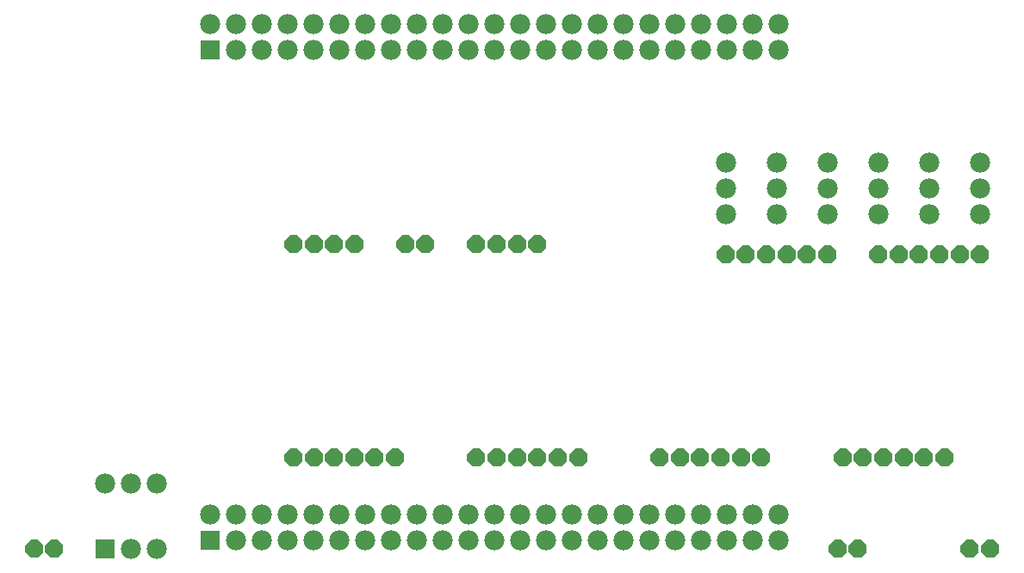
<source format=gbs>
G75*
%MOIN*%
%OFA0B0*%
%FSLAX25Y25*%
%IPPOS*%
%LPD*%
%AMOC8*
5,1,8,0,0,1.08239X$1,22.5*
%
%ADD10OC8,0.07000*%
%ADD11R,0.07800X0.07800*%
%ADD12C,0.07800*%
D10*
X0016811Y0015272D03*
X0024685Y0015272D03*
X0117205Y0050705D03*
X0125079Y0050705D03*
X0132953Y0050705D03*
X0140827Y0050705D03*
X0148701Y0050705D03*
X0156575Y0050705D03*
X0188071Y0050705D03*
X0195945Y0050705D03*
X0203819Y0050705D03*
X0211693Y0050705D03*
X0219567Y0050705D03*
X0227441Y0050705D03*
X0258937Y0050705D03*
X0266811Y0050705D03*
X0274685Y0050705D03*
X0282559Y0050705D03*
X0290433Y0050705D03*
X0298307Y0050705D03*
X0329803Y0050705D03*
X0337677Y0050705D03*
X0345551Y0050705D03*
X0353425Y0050705D03*
X0361299Y0050705D03*
X0369173Y0050705D03*
X0379016Y0015272D03*
X0386890Y0015272D03*
X0335709Y0015272D03*
X0327835Y0015272D03*
X0323898Y0129445D03*
X0316024Y0129445D03*
X0308150Y0129445D03*
X0300276Y0129445D03*
X0292402Y0129445D03*
X0284528Y0129445D03*
X0343583Y0129445D03*
X0351457Y0129445D03*
X0359331Y0129445D03*
X0367205Y0129445D03*
X0375079Y0129445D03*
X0382953Y0129445D03*
X0211693Y0133382D03*
X0203819Y0133382D03*
X0195945Y0133382D03*
X0188071Y0133382D03*
X0168386Y0133382D03*
X0160512Y0133382D03*
X0140827Y0133382D03*
X0132953Y0133382D03*
X0125079Y0133382D03*
X0117205Y0133382D03*
D11*
X0085000Y0208835D03*
X0085000Y0018835D03*
X0044370Y0015272D03*
D12*
X0054370Y0015272D03*
X0064370Y0015272D03*
X0085000Y0028835D03*
X0095000Y0028835D03*
X0105000Y0028835D03*
X0115000Y0028835D03*
X0125000Y0028835D03*
X0135000Y0028835D03*
X0145000Y0028835D03*
X0155000Y0028835D03*
X0165000Y0028835D03*
X0175000Y0028835D03*
X0185000Y0028835D03*
X0195000Y0028835D03*
X0205000Y0028835D03*
X0215000Y0028835D03*
X0225000Y0028835D03*
X0235000Y0028835D03*
X0245000Y0028835D03*
X0255000Y0028835D03*
X0265000Y0028835D03*
X0275000Y0028835D03*
X0285000Y0028835D03*
X0295000Y0028835D03*
X0305000Y0028835D03*
X0305000Y0018835D03*
X0295000Y0018835D03*
X0285000Y0018835D03*
X0275000Y0018835D03*
X0265000Y0018835D03*
X0255000Y0018835D03*
X0245000Y0018835D03*
X0235000Y0018835D03*
X0225000Y0018835D03*
X0215000Y0018835D03*
X0205000Y0018835D03*
X0195000Y0018835D03*
X0185000Y0018835D03*
X0175000Y0018835D03*
X0165000Y0018835D03*
X0155000Y0018835D03*
X0145000Y0018835D03*
X0135000Y0018835D03*
X0125000Y0018835D03*
X0115000Y0018835D03*
X0105000Y0018835D03*
X0095000Y0018835D03*
X0064370Y0040862D03*
X0054370Y0040862D03*
X0044370Y0040862D03*
X0284528Y0145193D03*
X0284528Y0155193D03*
X0284528Y0165193D03*
X0304213Y0165193D03*
X0323898Y0165193D03*
X0323898Y0155193D03*
X0323898Y0145193D03*
X0304213Y0145193D03*
X0304213Y0155193D03*
X0343583Y0155193D03*
X0343583Y0145193D03*
X0363268Y0145193D03*
X0363268Y0155193D03*
X0363268Y0165193D03*
X0382953Y0165193D03*
X0382953Y0155193D03*
X0382953Y0145193D03*
X0343583Y0165193D03*
X0305000Y0208835D03*
X0295000Y0208835D03*
X0285000Y0208835D03*
X0275000Y0208835D03*
X0265000Y0208835D03*
X0255000Y0208835D03*
X0245000Y0208835D03*
X0235000Y0208835D03*
X0225000Y0208835D03*
X0215000Y0208835D03*
X0205000Y0208835D03*
X0195000Y0208835D03*
X0185000Y0208835D03*
X0175000Y0208835D03*
X0165000Y0208835D03*
X0155000Y0208835D03*
X0145000Y0208835D03*
X0135000Y0208835D03*
X0125000Y0208835D03*
X0115000Y0208835D03*
X0105000Y0208835D03*
X0095000Y0208835D03*
X0095000Y0218835D03*
X0085000Y0218835D03*
X0105000Y0218835D03*
X0115000Y0218835D03*
X0125000Y0218835D03*
X0135000Y0218835D03*
X0145000Y0218835D03*
X0155000Y0218835D03*
X0165000Y0218835D03*
X0175000Y0218835D03*
X0185000Y0218835D03*
X0195000Y0218835D03*
X0205000Y0218835D03*
X0215000Y0218835D03*
X0225000Y0218835D03*
X0235000Y0218835D03*
X0245000Y0218835D03*
X0255000Y0218835D03*
X0265000Y0218835D03*
X0275000Y0218835D03*
X0285000Y0218835D03*
X0295000Y0218835D03*
X0305000Y0218835D03*
M02*

</source>
